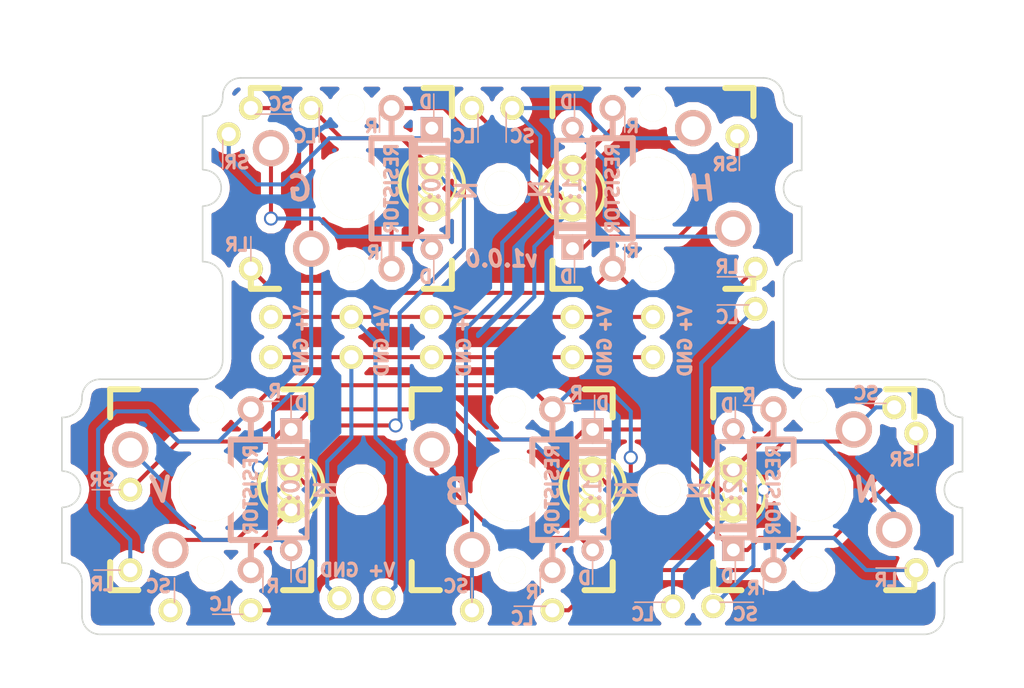
<source format=kicad_pcb>
(kicad_pcb (version 3) (host pcbnew "(2013-may-18)-stable")
  (layers (15 F.Cu signal hide) (0 B.Cu signal hide) (18 B.Paste user) (19 F.Paste user) (20 B.SilkS user) (21 F.SilkS user) (22 B.Mask user) (23 F.Mask user) (28 Edge.Cuts user))
  (net 0 "")
  (net 1 /key:B/LC0)
  (net 2 /key:B/LR0)
  (net 3 /key:B/SC0)
  (net 4 /key:B/SR0)
  (net 5 /key:G/LR0)
  (net 6 /key:G/SR0)
  (net 7 /key:H/LC0)
  (net 8 /key:H/SC0)
  (net 9 /key:V/LC0)
  (net 10 /key:V/SC0)
  (net 11 N-0000011)
  (net 12 N-0000012)
  (net 13 N-0000013)
  (net 14 N-0000014)
  (net 15 N-0000015)
  (net 16 N-0000016)
  (net 17 N-0000017)
  (net 18 N-0000018)
  (net 19 N-0000019)
  (net 20 N-0000020)
  (net 21 N-0000021)
  (net 22 N-0000022)
  (module RESISTOR (layer B.Cu) (at 140.97 137.16 270)
    (fp_text reference R2:1 hide)
    (fp_text value RESISTOR (at 0 0 270) (layer B.SilkS) (effects (font (size 0.8 0.8) (thickness 0.2)) (justify mirror)))
    (pad 1 thru_hole circle (at -5.08 0 270) (size 1.651 1.651) (drill 0.9906) (layers *.Cu *.SilkS *.Mask) (net 20 N-0000020))
    (pad 2 thru_hole circle (at 5.08 0 270) (size 1.651 1.651) (drill 0.9906) (layers *.Cu *.SilkS *.Mask) (net 2 /key:B/LR0))
  )
  (module RESISTOR (layer B.Cu) (at 127 137.16 90)
    (fp_text reference R1:1 hide)
    (fp_text value RESISTOR (at 0 0 90) (layer B.SilkS) (effects (font (size 0.8 0.8) (thickness 0.2)) (justify mirror)))
    (pad 1 thru_hole circle (at -5.08 0 90) (size 1.651 1.651) (drill 0.9906) (layers *.Cu *.SilkS *.Mask) (net 18 N-0000018))
    (pad 2 thru_hole circle (at 5.08 0 90) (size 1.651 1.651) (drill 0.9906) (layers *.Cu *.SilkS *.Mask) (net 2 /key:B/LR0))
  )
  (module RESISTOR (layer B.Cu) (at 130.81 118.11 270)
    (fp_text reference R1:0 hide)
    (fp_text value RESISTOR (at 0 0 270) (layer B.SilkS) (effects (font (size 0.8 0.8) (thickness 0.2)) (justify mirror)))
    (pad 1 thru_hole circle (at -5.08 0 270) (size 1.651 1.651) (drill 0.9906) (layers *.Cu *.SilkS *.Mask) (net 13 N-0000013))
    (pad 2 thru_hole circle (at 5.08 0 270) (size 1.651 1.651) (drill 0.9906) (layers *.Cu *.SilkS *.Mask) (net 5 /key:G/LR0))
  )
  (module RESISTOR (layer B.Cu) (at 107.95 137.16 90)
    (fp_text reference R0:1 hide)
    (fp_text value RESISTOR (at 0 0 90) (layer B.SilkS) (effects (font (size 0.8 0.8) (thickness 0.2)) (justify mirror)))
    (pad 1 thru_hole circle (at -5.08 0 90) (size 1.651 1.651) (drill 0.9906) (layers *.Cu *.SilkS *.Mask) (net 16 N-0000016))
    (pad 2 thru_hole circle (at 5.08 0 90) (size 1.651 1.651) (drill 0.9906) (layers *.Cu *.SilkS *.Mask) (net 2 /key:B/LR0))
  )
  (module RESISTOR (layer B.Cu) (at 116.84 118.11 90)
    (fp_text reference R0:0 hide)
    (fp_text value RESISTOR (at 0 0 90) (layer B.SilkS) (effects (font (size 0.8 0.8) (thickness 0.2)) (justify mirror)))
    (pad 1 thru_hole circle (at -5.08 0 90) (size 1.651 1.651) (drill 0.9906) (layers *.Cu *.SilkS *.Mask) (net 21 N-0000021))
    (pad 2 thru_hole circle (at 5.08 0 90) (size 1.651 1.651) (drill 0.9906) (layers *.Cu *.SilkS *.Mask) (net 5 /key:G/LR0))
  )
  (module Pad (layer F.Cu) (at 149.987 142.24 270)
    (fp_text reference LR1:1 hide)
    (fp_text value CONN_1 hide)
    (pad 1 thru_hole circle (at 0 0 270) (size 1.5 1.5) (drill 0.9) (layers *.Cu *.Mask F.SilkS) (net 2 /key:B/LR0))
  )
  (module Pad (layer F.Cu) (at 100.33 142.24 90)
    (fp_text reference LR1:0 hide)
    (fp_text value CONN_1 hide)
    (pad 1 thru_hole circle (at 0 0 90) (size 1.5 1.5) (drill 0.9) (layers *.Cu *.Mask F.SilkS) (net 2 /key:B/LR0))
  )
  (module Pad (layer F.Cu) (at 100.33 137.16 90)
    (fp_text reference SR1:0 hide)
    (fp_text value CONN_1 hide)
    (pad 1 thru_hole circle (at 0 0 90) (size 1.5 1.5) (drill 0.9) (layers *.Cu *.Mask F.SilkS) (net 4 /key:B/SR0))
  )
  (module Pad (layer F.Cu) (at 137.16 144.526 180)
    (fp_text reference SC2:1 hide)
    (fp_text value CONN_1 hide)
    (pad 1 thru_hole circle (at 0 0 180) (size 1.5 1.5) (drill 0.9) (layers *.Cu *.Mask F.SilkS) (net 10 /key:V/SC0))
  )
  (module Pad (layer F.Cu) (at 121.92 144.78 180)
    (fp_text reference SC1:1 hide)
    (fp_text value CONN_1 hide)
    (pad 1 thru_hole circle (at 0 0 180) (size 1.5 1.5) (drill 0.9) (layers *.Cu *.Mask F.SilkS) (net 3 /key:B/SC0))
  )
  (module Pad (layer F.Cu) (at 134.62 144.526 180)
    (fp_text reference LC2:1 hide)
    (fp_text value CONN_1 hide)
    (pad 1 thru_hole circle (at 0 0 180) (size 1.5 1.5) (drill 0.9) (layers *.Cu *.Mask F.SilkS) (net 9 /key:V/LC0))
  )
  (module Pad (layer F.Cu) (at 127 144.78 180)
    (fp_text reference LC1:1 hide)
    (fp_text value CONN_1 hide)
    (pad 1 thru_hole circle (at 0 0 180) (size 1.5 1.5) (drill 0.9) (layers *.Cu *.Mask F.SilkS) (net 1 /key:B/LC0))
  )
  (module Pad (layer F.Cu) (at 148.59 131.953)
    (fp_text reference SC2:0 hide)
    (fp_text value CONN_1 hide)
    (pad 1 thru_hole circle (at 0 0) (size 1.5 1.5) (drill 0.9) (layers *.Cu *.Mask F.SilkS) (net 10 /key:V/SC0))
  )
  (module Pad (layer F.Cu) (at 124.46 113.03)
    (fp_text reference SC1:0 hide)
    (fp_text value CONN_1 hide)
    (pad 1 thru_hole circle (at 0 0) (size 1.5 1.5) (drill 0.9) (layers *.Cu *.Mask F.SilkS) (net 3 /key:B/SC0))
  )
  (module Pad (layer F.Cu) (at 149.987 133.604 270)
    (fp_text reference SR1:1 hide)
    (fp_text value CONN_1 hide)
    (pad 1 thru_hole circle (at 0 0 270) (size 1.5 1.5) (drill 0.9) (layers *.Cu *.Mask F.SilkS) (net 4 /key:B/SR0))
  )
  (module Pad (layer F.Cu) (at 107.95 113.03)
    (fp_text reference SC0:0 hide)
    (fp_text value CONN_1 hide)
    (pad 1 thru_hole circle (at 0 0) (size 1.5 1.5) (drill 0.9) (layers *.Cu *.Mask F.SilkS) (net 8 /key:H/SC0))
  )
  (module Pad (layer F.Cu) (at 111.76 113.03)
    (fp_text reference LC0:0 hide)
    (fp_text value CONN_1 hide)
    (pad 1 thru_hole circle (at 0 0) (size 1.5 1.5) (drill 0.9) (layers *.Cu *.Mask F.SilkS) (net 7 /key:H/LC0))
  )
  (module Pad (layer F.Cu) (at 107.95 123.19 90)
    (fp_text reference LR0:0 hide)
    (fp_text value CONN_1 hide)
    (pad 1 thru_hole circle (at 0 0 90) (size 1.5 1.5) (drill 0.9) (layers *.Cu *.Mask F.SilkS) (net 5 /key:G/LR0))
  )
  (module Pad (layer F.Cu) (at 106.553 114.681 90)
    (fp_text reference SR0:0 hide)
    (fp_text value CONN_1 hide)
    (pad 1 thru_hole circle (at 0 0 90) (size 1.5 1.5) (drill 0.9) (layers *.Cu *.Mask F.SilkS) (net 6 /key:G/SR0))
  )
  (module Pad (layer F.Cu) (at 107.95 144.78 180)
    (fp_text reference LC0:1 hide)
    (fp_text value CONN_1 hide)
    (pad 1 thru_hole circle (at 0 0 180) (size 1.5 1.5) (drill 0.9) (layers *.Cu *.Mask F.SilkS) (net 7 /key:H/LC0))
  )
  (module Pad (layer F.Cu) (at 139.827 125.73 90)
    (fp_text reference LC2:0 hide)
    (fp_text value CONN_1 hide)
    (pad 1 thru_hole circle (at 0 0 90) (size 1.5 1.5) (drill 0.9) (layers *.Cu *.Mask F.SilkS) (net 9 /key:V/LC0))
  )
  (module Pad (layer F.Cu) (at 121.92 113.03)
    (fp_text reference LC1:0 hide)
    (fp_text value CONN_1 hide)
    (pad 1 thru_hole circle (at 0 0) (size 1.5 1.5) (drill 0.9) (layers *.Cu *.Mask F.SilkS) (net 1 /key:B/LC0))
  )
  (module Pad (layer F.Cu) (at 139.827 123.19 90)
    (fp_text reference LR0:1 hide)
    (fp_text value CONN_1 hide)
    (pad 1 thru_hole circle (at 0 0 90) (size 1.5 1.5) (drill 0.9) (layers *.Cu *.Mask F.SilkS) (net 5 /key:G/LR0))
  )
  (module Pad (layer F.Cu) (at 138.684 114.808 270)
    (fp_text reference SR0:1 hide)
    (fp_text value CONN_1 hide)
    (pad 1 thru_hole circle (at 0 0 270) (size 1.5 1.5) (drill 0.9) (layers *.Cu *.Mask F.SilkS) (net 6 /key:G/SR0))
  )
  (module Pad (layer F.Cu) (at 102.87 144.78 180)
    (fp_text reference SC0:1 hide)
    (fp_text value CONN_1 hide)
    (pad 1 thru_hole circle (at 0 0 180) (size 1.5 1.5) (drill 0.9) (layers *.Cu *.Mask F.SilkS) (net 8 /key:H/SC0))
  )
  (module LED-3MM (layer F.Cu) (at 110.49 137.16 90)
    (fp_text reference L0:1 hide)
    (fp_text value LED hide)
    (pad 1 thru_hole circle (at -1.27 0 90) (size 1.6764 1.6764) (drill 0.8128) (layers *.Cu *.Mask F.SilkS) (net 16 N-0000016))
    (pad 2 thru_hole circle (at 1.27 0 90) (size 1.6764 1.6764) (drill 0.8128) (layers *.Cu *.Mask F.SilkS) (net 7 /key:H/LC0))
  )
  (module LED-3MM (layer F.Cu) (at 128.27 118.11 270)
    (fp_text reference L1:0 hide)
    (fp_text value LED hide)
    (pad 1 thru_hole circle (at -1.27 0 270) (size 1.6764 1.6764) (drill 0.8128) (layers *.Cu *.Mask F.SilkS) (net 13 N-0000013))
    (pad 2 thru_hole circle (at 1.27 0 270) (size 1.6764 1.6764) (drill 0.8128) (layers *.Cu *.Mask F.SilkS) (net 1 /key:B/LC0))
  )
  (module LED-3MM (layer F.Cu) (at 119.38 118.11 90)
    (fp_text reference L0:0 hide)
    (fp_text value LED hide)
    (pad 1 thru_hole circle (at -1.27 0 90) (size 1.6764 1.6764) (drill 0.8128) (layers *.Cu *.Mask F.SilkS) (net 21 N-0000021))
    (pad 2 thru_hole circle (at 1.27 0 90) (size 1.6764 1.6764) (drill 0.8128) (layers *.Cu *.Mask F.SilkS) (net 7 /key:H/LC0))
  )
  (module LED-3MM (layer F.Cu) (at 129.54 137.16 90)
    (fp_text reference L1:1 hide)
    (fp_text value LED hide)
    (pad 1 thru_hole circle (at -1.27 0 90) (size 1.6764 1.6764) (drill 0.8128) (layers *.Cu *.Mask F.SilkS) (net 18 N-0000018))
    (pad 2 thru_hole circle (at 1.27 0 90) (size 1.6764 1.6764) (drill 0.8128) (layers *.Cu *.Mask F.SilkS) (net 1 /key:B/LC0))
  )
  (module LED-3MM (layer F.Cu) (at 138.43 137.16 270)
    (fp_text reference L2:1 hide)
    (fp_text value LED hide)
    (pad 1 thru_hole circle (at -1.27 0 270) (size 1.6764 1.6764) (drill 0.8128) (layers *.Cu *.Mask F.SilkS) (net 20 N-0000020))
    (pad 2 thru_hole circle (at 1.27 0 270) (size 1.6764 1.6764) (drill 0.8128) (layers *.Cu *.Mask F.SilkS) (net 9 /key:V/LC0))
  )
  (module D3 (layer B.Cu) (at 110.49 137.16 90)
    (fp_text reference D0:1 (at 0 0 90) (layer B.SilkS) (effects (font (size 1.016 1.016) (thickness 0.2032)) (justify mirror)))
    (fp_text value DIODE hide)
    (pad 2 thru_hole rect (at 3.81 0 90) (size 1.397 1.397) (drill 0.8128) (layers *.Cu *.Mask B.SilkS) (net 4 /key:B/SR0))
    (pad 1 thru_hole circle (at -3.81 0 90) (size 1.397 1.397) (drill 0.8128) (layers *.Cu *.Mask B.SilkS) (net 15 N-0000015))
  )
  (module D3 (layer B.Cu) (at 128.27 118.11 270)
    (fp_text reference D1:0 (at 0 0 270) (layer B.SilkS) (effects (font (size 1.016 1.016) (thickness 0.2032)) (justify mirror)))
    (fp_text value DIODE hide)
    (pad 2 thru_hole rect (at 3.81 0 270) (size 1.397 1.397) (drill 0.8128) (layers *.Cu *.Mask B.SilkS) (net 6 /key:G/SR0))
    (pad 1 thru_hole circle (at -3.81 0 270) (size 1.397 1.397) (drill 0.8128) (layers *.Cu *.Mask B.SilkS) (net 14 N-0000014))
  )
  (module D3 (layer B.Cu) (at 129.54 137.16 90)
    (fp_text reference D1:1 (at 0 0 90) (layer B.SilkS) (effects (font (size 1.016 1.016) (thickness 0.2032)) (justify mirror)))
    (fp_text value DIODE hide)
    (pad 2 thru_hole rect (at 3.81 0 90) (size 1.397 1.397) (drill 0.8128) (layers *.Cu *.Mask B.SilkS) (net 4 /key:B/SR0))
    (pad 1 thru_hole circle (at -3.81 0 90) (size 1.397 1.397) (drill 0.8128) (layers *.Cu *.Mask B.SilkS) (net 17 N-0000017))
  )
  (module D3 (layer B.Cu) (at 119.38 118.11 90)
    (fp_text reference D0:0 (at 0 0 90) (layer B.SilkS) (effects (font (size 1.016 1.016) (thickness 0.2032)) (justify mirror)))
    (fp_text value DIODE hide)
    (pad 2 thru_hole rect (at 3.81 0 90) (size 1.397 1.397) (drill 0.8128) (layers *.Cu *.Mask B.SilkS) (net 6 /key:G/SR0))
    (pad 1 thru_hole circle (at -3.81 0 90) (size 1.397 1.397) (drill 0.8128) (layers *.Cu *.Mask B.SilkS) (net 22 N-0000022))
  )
  (module D3 (layer B.Cu) (at 138.43 137.16 270)
    (fp_text reference D2:1 (at 0 0 270) (layer B.SilkS) (effects (font (size 1.016 1.016) (thickness 0.2032)) (justify mirror)))
    (fp_text value DIODE hide)
    (pad 2 thru_hole rect (at 3.81 0 270) (size 1.397 1.397) (drill 0.8128) (layers *.Cu *.Mask B.SilkS) (net 4 /key:B/SR0))
    (pad 1 thru_hole circle (at -3.81 0 270) (size 1.397 1.397) (drill 0.8128) (layers *.Cu *.Mask B.SilkS) (net 19 N-0000019))
  )
  (module CHERRY_PCB_100H (layer F.Cu) (at 105.41 137.16 90)
    (fp_text reference S0:1 hide)
    (fp_text value MX1A hide)
    (pad 1 thru_hole circle (at 2.54 -5.08 90) (size 2.286 2.286) (drill 1.4986) (layers *.Cu *.SilkS *.Mask) (net 15 N-0000015))
    (pad 2 thru_hole circle (at -3.81 -2.54 90) (size 2.286 2.286) (drill 1.4986) (layers *.Cu *.SilkS *.Mask) (net 8 /key:H/SC0))
    (pad "" np_thru_hole circle (at 0 0 90) (size 3.9878 3.9878) (drill 3.9878) (layers *.Cu *.Mask F.SilkS))
    (pad "" np_thru_hole circle (at -5.08 0 90) (size 1.7018 1.7018) (drill 1.7018) (layers *.Cu *.Mask F.SilkS))
    (pad "" np_thru_hole circle (at 5.08 0 90) (size 1.7018 1.7018) (drill 1.7018) (layers *.Cu *.Mask F.SilkS))
  )
  (module CHERRY_PCB_100H (layer F.Cu) (at 133.35 118.11 270)
    (fp_text reference S1:0 hide)
    (fp_text value MX1A hide)
    (pad 1 thru_hole circle (at 2.54 -5.08 270) (size 2.286 2.286) (drill 1.4986) (layers *.Cu *.SilkS *.Mask) (net 14 N-0000014))
    (pad 2 thru_hole circle (at -3.81 -2.54 270) (size 2.286 2.286) (drill 1.4986) (layers *.Cu *.SilkS *.Mask) (net 3 /key:B/SC0))
    (pad "" np_thru_hole circle (at 0 0 270) (size 3.9878 3.9878) (drill 3.9878) (layers *.Cu *.Mask F.SilkS))
    (pad "" np_thru_hole circle (at -5.08 0 270) (size 1.7018 1.7018) (drill 1.7018) (layers *.Cu *.Mask F.SilkS))
    (pad "" np_thru_hole circle (at 5.08 0 270) (size 1.7018 1.7018) (drill 1.7018) (layers *.Cu *.Mask F.SilkS))
  )
  (module CHERRY_PCB_100H (layer F.Cu) (at 124.46 137.16 90)
    (fp_text reference S1:1 hide)
    (fp_text value MX1A hide)
    (pad 1 thru_hole circle (at 2.54 -5.08 90) (size 2.286 2.286) (drill 1.4986) (layers *.Cu *.SilkS *.Mask) (net 17 N-0000017))
    (pad 2 thru_hole circle (at -3.81 -2.54 90) (size 2.286 2.286) (drill 1.4986) (layers *.Cu *.SilkS *.Mask) (net 3 /key:B/SC0))
    (pad "" np_thru_hole circle (at 0 0 90) (size 3.9878 3.9878) (drill 3.9878) (layers *.Cu *.Mask F.SilkS))
    (pad "" np_thru_hole circle (at -5.08 0 90) (size 1.7018 1.7018) (drill 1.7018) (layers *.Cu *.Mask F.SilkS))
    (pad "" np_thru_hole circle (at 5.08 0 90) (size 1.7018 1.7018) (drill 1.7018) (layers *.Cu *.Mask F.SilkS))
  )
  (module CHERRY_PCB_100H (layer F.Cu) (at 143.51 137.16 270)
    (fp_text reference S2:1 hide)
    (fp_text value MX1A hide)
    (pad 1 thru_hole circle (at 2.54 -5.08 270) (size 2.286 2.286) (drill 1.4986) (layers *.Cu *.SilkS *.Mask) (net 19 N-0000019))
    (pad 2 thru_hole circle (at -3.81 -2.54 270) (size 2.286 2.286) (drill 1.4986) (layers *.Cu *.SilkS *.Mask) (net 10 /key:V/SC0))
    (pad "" np_thru_hole circle (at 0 0 270) (size 3.9878 3.9878) (drill 3.9878) (layers *.Cu *.Mask F.SilkS))
    (pad "" np_thru_hole circle (at -5.08 0 270) (size 1.7018 1.7018) (drill 1.7018) (layers *.Cu *.Mask F.SilkS))
    (pad "" np_thru_hole circle (at 5.08 0 270) (size 1.7018 1.7018) (drill 1.7018) (layers *.Cu *.Mask F.SilkS))
  )
  (module CHERRY_PCB_100H (layer F.Cu) (at 114.3 118.11 90)
    (fp_text reference S0:0 hide)
    (fp_text value MX1A hide)
    (pad 1 thru_hole circle (at 2.54 -5.08 90) (size 2.286 2.286) (drill 1.4986) (layers *.Cu *.SilkS *.Mask) (net 22 N-0000022))
    (pad 2 thru_hole circle (at -3.81 -2.54 90) (size 2.286 2.286) (drill 1.4986) (layers *.Cu *.SilkS *.Mask) (net 8 /key:H/SC0))
    (pad "" np_thru_hole circle (at 0 0 90) (size 3.9878 3.9878) (drill 3.9878) (layers *.Cu *.Mask F.SilkS))
    (pad "" np_thru_hole circle (at -5.08 0 90) (size 1.7018 1.7018) (drill 1.7018) (layers *.Cu *.Mask F.SilkS))
    (pad "" np_thru_hole circle (at 5.08 0 90) (size 1.7018 1.7018) (drill 1.7018) (layers *.Cu *.Mask F.SilkS))
  )
  (module M2 (layer F.Cu) (at 114.935 137.16)
    (fp_text reference "" (at 0 -3.048) (layer F.SilkS) (effects (font (size 1.016 1.016) (thickness 0.254))))
    (fp_text value "" hide)
    (pad "" np_thru_hole circle (at 0 0) (size 2.2 2.2) (drill 2.2) (layers *.Cu *.Mask F.SilkS))
  )
  (module M2 (layer F.Cu) (at 123.825 118.11)
    (fp_text reference "" (at 0 -3.048) (layer F.SilkS) (effects (font (size 1.016 1.016) (thickness 0.254))))
    (fp_text value "" hide)
    (pad "" np_thru_hole circle (at 0 0) (size 2.2 2.2) (drill 2.2) (layers *.Cu *.Mask F.SilkS))
  )
  (module M2 (layer F.Cu) (at 133.985 137.16)
    (fp_text reference "" (at 0 -3.048) (layer F.SilkS) (effects (font (size 1.016 1.016) (thickness 0.254))))
    (fp_text value "" hide)
    (pad "" np_thru_hole circle (at 0 0) (size 2.2 2.2) (drill 2.2) (layers *.Cu *.Mask F.SilkS))
  )
  (module Pad (layer F.Cu) (at 116.332 144.018 180)
    (fp_text reference Vcc1 hide)
    (fp_text value CONN_1 hide)
    (pad 1 thru_hole circle (at 0 0 180) (size 1.5 1.5) (drill 0.9) (layers *.Cu *.Mask F.SilkS) (net 11 N-0000011))
  )
  (module Pad (layer F.Cu) (at 133.35 128.778 180)
    (fp_text reference GND6 hide)
    (fp_text value CONN_1 hide)
    (pad 1 thru_hole circle (at 0 0 180) (size 1.5 1.5) (drill 0.9) (layers *.Cu *.Mask F.SilkS) (net 12 N-0000012))
  )
  (module Pad (layer F.Cu) (at 109.22 126.238)
    (fp_text reference Vcc2 hide)
    (fp_text value CONN_1 hide)
    (pad 1 thru_hole circle (at 0 0) (size 1.5 1.5) (drill 0.9) (layers *.Cu *.Mask F.SilkS) (net 11 N-0000011))
  )
  (module Pad (layer F.Cu) (at 114.3 126.238)
    (fp_text reference Vcc3 hide)
    (fp_text value CONN_1 hide)
    (pad 1 thru_hole circle (at 0 0) (size 1.5 1.5) (drill 0.9) (layers *.Cu *.Mask F.SilkS) (net 11 N-0000011))
  )
  (module Pad (layer F.Cu) (at 119.38 126.238)
    (fp_text reference Vcc4 hide)
    (fp_text value CONN_1 hide)
    (pad 1 thru_hole circle (at 0 0) (size 1.5 1.5) (drill 0.9) (layers *.Cu *.Mask F.SilkS) (net 11 N-0000011))
  )
  (module Pad (layer F.Cu) (at 128.27 126.238)
    (fp_text reference Vcc5 hide)
    (fp_text value CONN_1 hide)
    (pad 1 thru_hole circle (at 0 0) (size 1.5 1.5) (drill 0.9) (layers *.Cu *.Mask F.SilkS) (net 11 N-0000011))
  )
  (module Pad (layer F.Cu) (at 133.35 126.238)
    (fp_text reference Vcc6 hide)
    (fp_text value CONN_1 hide)
    (pad 1 thru_hole circle (at 0 0) (size 1.5 1.5) (drill 0.9) (layers *.Cu *.Mask F.SilkS) (net 11 N-0000011))
  )
  (module Pad (layer F.Cu) (at 128.27 128.778 180)
    (fp_text reference GND5 hide)
    (fp_text value CONN_1 hide)
    (pad 1 thru_hole circle (at 0 0 180) (size 1.5 1.5) (drill 0.9) (layers *.Cu *.Mask F.SilkS) (net 12 N-0000012))
  )
  (module Pad (layer F.Cu) (at 119.38 128.778 180)
    (fp_text reference GND4 hide)
    (fp_text value CONN_1 hide)
    (pad 1 thru_hole circle (at 0 0 180) (size 1.5 1.5) (drill 0.9) (layers *.Cu *.Mask F.SilkS) (net 12 N-0000012))
  )
  (module Pad (layer F.Cu) (at 114.3 128.778 180)
    (fp_text reference GND3 hide)
    (fp_text value CONN_1 hide)
    (pad 1 thru_hole circle (at 0 0 180) (size 1.5 1.5) (drill 0.9) (layers *.Cu *.Mask F.SilkS) (net 12 N-0000012))
  )
  (module Pad (layer F.Cu) (at 109.22 128.778 180)
    (fp_text reference GND2 hide)
    (fp_text value CONN_1 hide)
    (pad 1 thru_hole circle (at 0 0 180) (size 1.5 1.5) (drill 0.9) (layers *.Cu *.Mask F.SilkS) (net 12 N-0000012))
  )
  (module Pad (layer F.Cu) (at 113.538 144.018 180)
    (fp_text reference GND1 hide)
    (fp_text value CONN_1 hide)
    (pad 1 thru_hole circle (at 0 0 180) (size 1.5 1.5) (drill 0.9) (layers *.Cu *.Mask F.SilkS) (net 12 N-0000012))
  )
  (gr_text N (at 146.939 137.16) (layer B.SilkS) (effects (font (size 1.5 1.5) (thickness 0.3) italic) (justify mirror)))
  (gr_text V (at 102.362 137.16) (layer B.SilkS) (effects (font (size 1.5 1.5) (thickness 0.3) italic) (justify mirror)))
  (gr_text B (at 121.031 137.287) (layer B.SilkS) (effects (font (size 1.5 1.5) (thickness 0.3) italic) (justify mirror)))
  (gr_text H (at 136.525 118.11) (layer B.SilkS) (effects (font (size 1.5 1.5) (thickness 0.3) italic) (justify mirror)))
  (gr_text v1.0.0 (at 123.825 122.555) (layer B.SilkS) (effects (font (size 1 1) (thickness 0.25) italic) (justify mirror)))
  (gr_text G (at 111.125 118.11) (layer B.SilkS) (effects (font (size 1.5 1.5) (thickness 0.3) italic) (justify mirror)))
  (gr_line (start 129.667 131.191) (end 129.667 132.842) (angle 90) (layer B.SilkS) (width 0.1))
  (gr_line (start 138.557 131.318) (end 138.557 132.842) (angle 90) (layer B.SilkS) (width 0.1))
  (gr_line (start 139.065 131.826) (end 140.335 131.826) (angle 90) (layer B.SilkS) (width 0.1))
  (gr_line (start 146.177 131.699) (end 148.082 131.699) (angle 90) (layer B.SilkS) (width 0.1))
  (gr_line (start 150.114 135.636) (end 150.114 134.239) (angle 90) (layer B.SilkS) (width 0.1))
  (gr_line (start 147.447 142.113) (end 149.352 142.113) (angle 90) (layer B.SilkS) (width 0.1))
  (gr_line (start 140.335 143.764) (end 140.335 142.113) (angle 90) (layer B.SilkS) (width 0.1))
  (gr_line (start 138.557 143.002) (end 138.557 141.478) (angle 90) (layer B.SilkS) (width 0.1))
  (gr_line (start 139.7 144.272) (end 137.541 144.272) (angle 90) (layer B.SilkS) (width 0.1))
  (gr_line (start 132.207 144.272) (end 134.112 144.272) (angle 90) (layer B.SilkS) (width 0.1))
  (gr_line (start 129.54 143.129) (end 129.54 141.478) (angle 90) (layer B.SilkS) (width 0.1))
  (gr_line (start 126.238 143.764) (end 126.238 142.24) (angle 90) (layer B.SilkS) (width 0.1))
  (gr_line (start 124.587 144.526) (end 126.619 144.526) (angle 90) (layer B.SilkS) (width 0.1))
  (gr_line (start 121.92 142.748) (end 121.92 144.272) (angle 90) (layer B.SilkS) (width 0.1))
  (gr_line (start 108.712 143.637) (end 108.712 142.24) (angle 90) (layer B.SilkS) (width 0.1))
  (gr_line (start 105.537 145.034) (end 107.442 145.034) (angle 90) (layer B.SilkS) (width 0.1))
  (gr_line (start 103.124 142.748) (end 103.124 144.272) (angle 90) (layer B.SilkS) (width 0.1))
  (gr_line (start 98.044 142.24) (end 99.695 142.24) (angle 90) (layer B.SilkS) (width 0.1))
  (gr_line (start 97.917 137.16) (end 99.695 137.16) (angle 90) (layer B.SilkS) (width 0.1))
  (gr_line (start 110.49 143.002) (end 110.49 141.605) (angle 90) (layer B.SilkS) (width 0.1))
  (gr_line (start 110.49 131.191) (end 110.49 132.842) (angle 90) (layer B.SilkS) (width 0.1))
  (gr_line (start 109.728 131.572) (end 108.204 131.572) (angle 90) (layer B.SilkS) (width 0.1))
  (gr_line (start 107.95 121.158) (end 107.95 122.682) (angle 90) (layer B.SilkS) (width 0.1))
  (gr_line (start 128.778 131.699) (end 127.381 131.699) (angle 90) (layer B.SilkS) (width 0.1))
  (gr_line (start 116.205 121.793) (end 116.205 123.19) (angle 90) (layer B.SilkS) (width 0.1))
  (gr_line (start 119.507 124.079) (end 119.507 122.301) (angle 90) (layer B.SilkS) (width 0.1))
  (gr_line (start 128.397 124.079) (end 128.397 122.428) (angle 90) (layer B.SilkS) (width 0.1))
  (gr_line (start 131.572 121.666) (end 131.572 123.063) (angle 90) (layer B.SilkS) (width 0.1))
  (gr_line (start 137.414 125.476) (end 139.446 125.476) (angle 90) (layer B.SilkS) (width 0.1))
  (gr_line (start 137.414 123.698) (end 139.827 123.698) (angle 90) (layer B.SilkS) (width 0.1))
  (gr_line (start 138.811 116.967) (end 138.811 115.316) (angle 90) (layer B.SilkS) (width 0.1))
  (gr_line (start 131.572 114.554) (end 131.572 113.157) (angle 90) (layer B.SilkS) (width 0.1))
  (gr_line (start 128.397 112.141) (end 128.397 113.792) (angle 90) (layer B.SilkS) (width 0.1))
  (gr_line (start 124.079 115.189) (end 124.079 113.157) (angle 90) (layer B.SilkS) (width 0.1))
  (gr_line (start 122.301 115.189) (end 122.301 113.411) (angle 90) (layer B.SilkS) (width 0.1))
  (gr_line (start 119.507 112.141) (end 119.507 113.792) (angle 90) (layer B.SilkS) (width 0.1))
  (gr_line (start 116.078 114.554) (end 116.078 113.03) (angle 90) (layer B.SilkS) (width 0.1))
  (gr_line (start 106.172 116.84) (end 106.172 115.062) (angle 90) (layer B.SilkS) (width 0.1))
  (gr_line (start 112.268 115.189) (end 112.268 113.03) (angle 90) (layer B.SilkS) (width 0.1))
  (gr_line (start 110.49 113.411) (end 108.204 113.411) (angle 90) (layer B.SilkS) (width 0.1))
  (gr_line (start 132.04825 137.50925) (end 131.03225 137.50925) (angle 90) (layer B.SilkS) (width 0.2))
  (gr_line (start 131.03225 137.50925) (end 131.66725 136.87425) (angle 90) (layer B.SilkS) (width 0.2))
  (gr_line (start 131.66725 136.87425) (end 132.30225 137.50925) (angle 90) (layer B.SilkS) (width 0.2))
  (gr_line (start 132.30225 137.50925) (end 131.98475 137.50925) (angle 90) (layer B.SilkS) (width 0.2))
  (gr_line (start 131.0005 136.8425) (end 132.334 136.8425) (angle 90) (layer B.SilkS) (width 0.2))
  (gr_line (start 112.99825 137.50925) (end 111.98225 137.50925) (angle 90) (layer B.SilkS) (width 0.2))
  (gr_line (start 111.98225 137.50925) (end 112.61725 136.87425) (angle 90) (layer B.SilkS) (width 0.2))
  (gr_line (start 112.61725 136.87425) (end 113.25225 137.50925) (angle 90) (layer B.SilkS) (width 0.2))
  (gr_line (start 113.25225 137.50925) (end 112.93475 137.50925) (angle 90) (layer B.SilkS) (width 0.2))
  (gr_line (start 111.9505 136.8425) (end 113.284 136.8425) (angle 90) (layer B.SilkS) (width 0.2))
  (gr_line (start 121.88825 118.58625) (end 120.87225 118.58625) (angle 90) (layer B.SilkS) (width 0.2))
  (gr_line (start 120.87225 118.58625) (end 121.50725 117.95125) (angle 90) (layer B.SilkS) (width 0.2))
  (gr_line (start 121.50725 117.95125) (end 122.14225 118.58625) (angle 90) (layer B.SilkS) (width 0.2))
  (gr_line (start 122.14225 118.58625) (end 121.82475 118.58625) (angle 90) (layer B.SilkS) (width 0.2))
  (gr_line (start 120.8405 117.9195) (end 122.174 117.9195) (angle 90) (layer B.SilkS) (width 0.2))
  (gr_line (start 126.873 118.491) (end 125.5395 118.491) (angle 90) (layer B.SilkS) (width 0.2))
  (gr_line (start 125.57125 117.82425) (end 125.88875 117.82425) (angle 90) (layer B.SilkS) (width 0.2))
  (gr_line (start 126.20625 118.45925) (end 125.57125 117.82425) (angle 90) (layer B.SilkS) (width 0.2))
  (gr_line (start 126.84125 117.82425) (end 126.20625 118.45925) (angle 90) (layer B.SilkS) (width 0.2))
  (gr_line (start 125.82525 117.82425) (end 126.84125 117.82425) (angle 90) (layer B.SilkS) (width 0.2))
  (gr_line (start 135.85825 136.87425) (end 136.87425 136.87425) (angle 90) (layer B.SilkS) (width 0.2))
  (gr_line (start 136.87425 136.87425) (end 136.23925 137.50925) (angle 90) (layer B.SilkS) (width 0.2))
  (gr_line (start 136.23925 137.50925) (end 135.60425 136.87425) (angle 90) (layer B.SilkS) (width 0.2))
  (gr_line (start 135.60425 136.87425) (end 135.92175 136.87425) (angle 90) (layer B.SilkS) (width 0.2))
  (gr_line (start 136.906 137.541) (end 135.5725 137.541) (angle 90) (layer B.SilkS) (width 0.2))
  (gr_text R (at 139.446 131.191) (layer B.SilkS) (effects (font (size 0.8 0.8) (thickness 0.2)) (justify mirror)))
  (gr_text R (at 139.7 143.383) (layer B.SilkS) (effects (font (size 0.8 0.8) (thickness 0.2)) (justify mirror)))
  (gr_text D (at 138.049 131.826) (layer B.SilkS) (effects (font (size 0.8 0.8) (thickness 0.2)) (justify mirror)))
  (gr_text D (at 138.049 142.621) (layer B.SilkS) (effects (font (size 0.8 0.8) (thickness 0.2)) (justify mirror)))
  (gr_text SC (at 146.812 131.064) (layer B.SilkS) (effects (font (size 0.8 0.8) (thickness 0.2)) (justify mirror)))
  (gr_text SR (at 149.098 135.255) (layer B.SilkS) (effects (font (size 0.8 0.8) (thickness 0.2)) (justify mirror)))
  (gr_text LR (at 148.082 142.875) (layer B.SilkS) (effects (font (size 0.8 0.8) (thickness 0.2)) (justify mirror)))
  (gr_text R (at 128.524 131.064) (layer B.SilkS) (effects (font (size 0.8 0.8) (thickness 0.2)) (justify mirror)))
  (gr_text D (at 130.175 131.699) (layer B.SilkS) (effects (font (size 0.8 0.8) (thickness 0.2)) (justify mirror)))
  (gr_text D (at 129.032 142.748) (layer B.SilkS) (effects (font (size 0.8 0.8) (thickness 0.2)) (justify mirror)))
  (gr_text SC (at 139.192 145.034) (layer B.SilkS) (effects (font (size 0.8 0.8) (thickness 0.2)) (justify mirror)))
  (gr_text LC (at 132.715 145.034) (layer B.SilkS) (effects (font (size 0.8 0.8) (thickness 0.2)) (justify mirror)))
  (gr_text R (at 109.474 130.937) (layer B.SilkS) (effects (font (size 0.8 0.8) (thickness 0.2)) (justify mirror)))
  (gr_text D (at 111.125 131.699) (layer B.SilkS) (effects (font (size 0.8 0.8) (thickness 0.2)) (justify mirror)))
  (gr_text R (at 125.73 143.637) (layer B.SilkS) (effects (font (size 0.8 0.8) (thickness 0.2)) (justify mirror)))
  (gr_text LC (at 125.095 145.288) (layer B.SilkS) (effects (font (size 0.8 0.8) (thickness 0.2)) (justify mirror)))
  (gr_text SC (at 120.904 143.256) (layer B.SilkS) (effects (font (size 0.8 0.8) (thickness 0.2)) (justify mirror)))
  (gr_text D (at 111.125 142.621) (layer B.SilkS) (effects (font (size 0.8 0.8) (thickness 0.2)) (justify mirror)))
  (gr_text R (at 109.347 143.256) (layer B.SilkS) (effects (font (size 0.8 0.8) (thickness 0.2)) (justify mirror)))
  (gr_text LC (at 106.045 144.399) (layer B.SilkS) (effects (font (size 0.8 0.8) (thickness 0.2)) (justify mirror)))
  (gr_text SC (at 102.108 143.256) (layer B.SilkS) (effects (font (size 0.8 0.8) (thickness 0.2)) (justify mirror)))
  (gr_text LR (at 98.552 143.129) (layer B.SilkS) (effects (font (size 0.8 0.8) (thickness 0.2)) (justify mirror)))
  (gr_text SR (at 98.552 136.525) (layer B.SilkS) (effects (font (size 0.8 0.8) (thickness 0.2)) (justify mirror)))
  (gr_text D (at 118.999 112.649) (layer B.SilkS) (effects (font (size 0.8 0.8) (thickness 0.2)) (justify mirror)))
  (gr_text D (at 118.999 123.698) (layer B.SilkS) (effects (font (size 0.8 0.8) (thickness 0.2)) (justify mirror)))
  (gr_text D (at 127.889 123.698) (layer B.SilkS) (effects (font (size 0.8 0.8) (thickness 0.2)) (justify mirror)))
  (gr_text D (at 127.889 112.649) (layer B.SilkS) (effects (font (size 0.8 0.8) (thickness 0.2)) (justify mirror)))
  (gr_text LC (at 138.049 126.238) (layer B.SilkS) (effects (font (size 0.8 0.8) (thickness 0.2)) (justify mirror)))
  (gr_text V+ (at 116.205 142.24) (layer B.SilkS) (effects (font (size 0.8 0.8) (thickness 0.2)) (justify mirror)))
  (gr_text GND (at 113.538 142.24) (layer B.SilkS) (effects (font (size 0.8 0.8) (thickness 0.2)) (justify mirror)))
  (gr_text GND (at 135.382 128.778 90) (layer B.SilkS) (effects (font (size 0.8 0.8) (thickness 0.2)) (justify mirror)))
  (gr_text V+ (at 135.382 126.365 90) (layer B.SilkS) (effects (font (size 0.8 0.8) (thickness 0.2)) (justify mirror)))
  (gr_text GND (at 121.412 128.778 90) (layer B.SilkS) (effects (font (size 0.8 0.8) (thickness 0.2)) (justify mirror)))
  (gr_text GND (at 116.205 128.778 90) (layer B.SilkS) (effects (font (size 0.8 0.8) (thickness 0.2)) (justify mirror)))
  (gr_text V+ (at 121.285 126.365 90) (layer B.SilkS) (effects (font (size 0.8 0.8) (thickness 0.2)) (justify mirror)))
  (gr_text V+ (at 116.205 126.365 90) (layer B.SilkS) (effects (font (size 0.8 0.8) (thickness 0.2)) (justify mirror)))
  (gr_text GND (at 111.125 128.778 90) (layer B.SilkS) (effects (font (size 0.8 0.8) (thickness 0.2)) (justify mirror)))
  (gr_text V+ (at 111.125 126.365 90) (layer B.SilkS) (effects (font (size 0.8 0.8) (thickness 0.2)) (justify mirror)))
  (gr_text GND (at 130.302 128.778 90) (layer B.SilkS) (effects (font (size 0.8 0.8) (thickness 0.2)) (justify mirror)))
  (gr_text V+ (at 130.302 126.365 90) (layer B.SilkS) (effects (font (size 0.8 0.8) (thickness 0.2)) (justify mirror)))
  (gr_text R (at 132.08 122.047) (layer B.SilkS) (effects (font (size 0.8 0.8) (thickness 0.2)) (justify mirror)))
  (gr_text R (at 132.08 114.173) (layer B.SilkS) (effects (font (size 0.8 0.8) (thickness 0.2)) (justify mirror)))
  (gr_text LR (at 138.049 123.063) (layer B.SilkS) (effects (font (size 0.8 0.8) (thickness 0.2)) (justify mirror)))
  (gr_text SR (at 137.922 116.586) (layer B.SilkS) (effects (font (size 0.8 0.8) (thickness 0.2)) (justify mirror)))
  (gr_text LR (at 107.061 121.666) (layer B.SilkS) (effects (font (size 0.8 0.8) (thickness 0.2)) (justify mirror)))
  (gr_text R (at 115.697 122.174) (layer B.SilkS) (effects (font (size 0.8 0.8) (thickness 0.2)) (justify mirror)))
  (gr_text R (at 115.57 114.173) (layer B.SilkS) (effects (font (size 0.8 0.8) (thickness 0.2)) (justify mirror)))
  (gr_text SC (at 125.095 114.808) (layer B.SilkS) (effects (font (size 0.8 0.8) (thickness 0.2)) (justify mirror)))
  (gr_text LC (at 121.412 114.808) (layer B.SilkS) (effects (font (size 0.8 0.8) (thickness 0.2)) (justify mirror)))
  (gr_text SR (at 107.061 116.459) (layer B.SilkS) (effects (font (size 0.8 0.8) (thickness 0.2)) (justify mirror)))
  (gr_text SC (at 109.855 112.776) (layer B.SilkS) (effects (font (size 0.8 0.8) (thickness 0.2)) (justify mirror)))
  (gr_text LC (at 111.379 114.808) (layer B.SilkS) (effects (font (size 0.8 0.8) (thickness 0.2)) (justify mirror)))
  (gr_line (start 142.748 130.175) (end 150.495 130.175) (angle 90) (layer Edge.Cuts) (width 0.1))
  (gr_line (start 141.605 123.825) (end 141.605 129.032) (angle 90) (layer Edge.Cuts) (width 0.1))
  (gr_arc (start 142.748 129.032) (end 141.605 129.032) (angle -90) (layer Edge.Cuts) (width 0.1))
  (gr_line (start 104.902 130.175) (end 98.425 130.175) (angle 90) (layer Edge.Cuts) (width 0.1))
  (gr_line (start 106.172 123.952) (end 106.172 128.905) (angle 90) (layer Edge.Cuts) (width 0.1))
  (gr_arc (start 104.9655 128.9685) (end 106.172 128.9685) (angle 90) (layer Edge.Cuts) (width 0.1))
  (gr_line (start 107.315 111.125) (end 140.335 111.125) (angle 90) (layer Edge.Cuts) (width 0.1))
  (gr_line (start 98.425 146.304) (end 150.495 146.304) (angle 90) (layer Edge.Cuts) (width 0.1))
  (gr_arc (start 152.908 137.16) (end 152.908 138.303) (angle 90) (layer Edge.Cuts) (width 0.1))
  (gr_line (start 152.908 141.732) (end 152.908 138.303) (angle 90) (layer Edge.Cuts) (width 0.1))
  (gr_line (start 152.908 132.588) (end 152.908 136.017) (angle 90) (layer Edge.Cuts) (width 0.1))
  (gr_arc (start 152.908 137.16) (end 151.765 137.16) (angle 90) (layer Edge.Cuts) (width 0.1))
  (gr_arc (start 152.908 131.445) (end 151.765 131.445) (angle -90) (layer Edge.Cuts) (width 0.1))
  (gr_arc (start 150.495 131.445) (end 151.765 131.445) (angle -90) (layer Edge.Cuts) (width 0.1))
  (gr_arc (start 150.495 145.034) (end 151.765 145.034) (angle 90) (layer Edge.Cuts) (width 0.1))
  (gr_arc (start 152.908 142.875) (end 151.765 142.875) (angle 90) (layer Edge.Cuts) (width 0.1))
  (gr_line (start 151.765 145.034) (end 151.765 142.875) (angle 90) (layer Edge.Cuts) (width 0.1))
  (gr_line (start 96.012 138.303) (end 96.012 141.7955) (angle 90) (layer Edge.Cuts) (width 0.1))
  (gr_arc (start 96.0755 143.002) (end 96.0755 141.7955) (angle 90) (layer Edge.Cuts) (width 0.1))
  (gr_line (start 96.012 135.9535) (end 96.012 132.588) (angle 90) (layer Edge.Cuts) (width 0.1))
  (gr_arc (start 96.0755 131.3815) (end 97.282 131.3815) (angle 90) (layer Edge.Cuts) (width 0.1))
  (gr_arc (start 96.04375 137.12825) (end 97.18675 137.12825) (angle 90) (layer Edge.Cuts) (width 0.1))
  (gr_arc (start 96.04375 137.12825) (end 96.04375 135.98525) (angle 90) (layer Edge.Cuts) (width 0.1))
  (gr_line (start 97.282 143.002) (end 97.282 145.161) (angle 90) (layer Edge.Cuts) (width 0.1))
  (gr_arc (start 98.425 145.161) (end 97.282 145.161) (angle -90) (layer Edge.Cuts) (width 0.1))
  (gr_arc (start 98.425 131.318) (end 97.282 131.318) (angle 90) (layer Edge.Cuts) (width 0.1))
  (gr_arc (start 142.748 118.11) (end 142.748 119.253) (angle 90) (layer Edge.Cuts) (width 0.1))
  (gr_line (start 142.748 122.682) (end 142.748 119.253) (angle 90) (layer Edge.Cuts) (width 0.1))
  (gr_line (start 142.748 113.538) (end 142.748 116.967) (angle 90) (layer Edge.Cuts) (width 0.1))
  (gr_arc (start 142.748 118.11) (end 141.605 118.11) (angle 90) (layer Edge.Cuts) (width 0.1))
  (gr_arc (start 142.748 112.395) (end 141.605 112.395) (angle -90) (layer Edge.Cuts) (width 0.1))
  (gr_arc (start 140.335 112.395) (end 141.605 112.395) (angle -90) (layer Edge.Cuts) (width 0.1))
  (gr_arc (start 142.748 123.825) (end 141.605 123.825) (angle 90) (layer Edge.Cuts) (width 0.1))
  (gr_line (start 104.902 119.253) (end 104.902 122.7455) (angle 90) (layer Edge.Cuts) (width 0.1))
  (gr_arc (start 104.9655 123.952) (end 104.9655 122.7455) (angle 90) (layer Edge.Cuts) (width 0.1))
  (gr_line (start 104.902 116.9035) (end 104.902 113.538) (angle 90) (layer Edge.Cuts) (width 0.1))
  (gr_arc (start 104.9655 112.3315) (end 106.172 112.3315) (angle 90) (layer Edge.Cuts) (width 0.1))
  (gr_arc (start 104.93375 118.07825) (end 106.07675 118.07825) (angle 90) (layer Edge.Cuts) (width 0.1))
  (gr_arc (start 104.93375 118.07825) (end 104.93375 116.93525) (angle 90) (layer Edge.Cuts) (width 0.1))
  (gr_arc (start 107.315 112.268) (end 106.172 112.268) (angle 90) (layer Edge.Cuts) (width 0.1))
  (segment (start 128.27 119.38) (end 121.92 113.03) (width 0.254) (layer F.Cu) (net 1))
  (segment (start 122.682 128.143) (end 122.682 132.842) (width 0.254) (layer B.Cu) (net 1))
  (segment (start 127.508 135.89) (end 125.603 133.985) (width 0.254) (layer B.Cu) (net 1))
  (segment (start 125.603 133.985) (end 123.825 133.985) (width 0.254) (layer B.Cu) (net 1))
  (segment (start 123.825 133.985) (end 122.682 132.842) (width 0.254) (layer B.Cu) (net 1))
  (segment (start 129.54 135.89) (end 127.508 135.89) (width 0.254) (layer B.Cu) (net 1))
  (segment (start 125.857 121.793) (end 125.857 124.968) (width 0.254) (layer B.Cu) (net 1))
  (segment (start 125.857 124.968) (end 122.682 128.143) (width 0.254) (layer B.Cu) (net 1))
  (segment (start 125.857 121.793) (end 128.27 119.38) (width 0.254) (layer B.Cu) (net 1))
  (segment (start 129.54 135.89) (end 131.064 137.414) (width 0.254) (layer F.Cu) (net 1))
  (segment (start 128.016 144.78) (end 127 144.78) (width 0.254) (layer F.Cu) (net 1))
  (segment (start 131.064 141.732) (end 128.016 144.78) (width 0.254) (layer F.Cu) (net 1))
  (segment (start 131.064 137.414) (end 131.064 141.732) (width 0.254) (layer F.Cu) (net 1))
  (segment (start 107.95 132.08) (end 109.474 130.556) (width 0.254) (layer F.Cu) (net 2))
  (segment (start 125.476 130.556) (end 127 132.08) (width 0.254) (layer F.Cu) (net 2))
  (segment (start 109.474 130.556) (end 125.476 130.556) (width 0.254) (layer F.Cu) (net 2))
  (segment (start 127 132.08) (end 128.27 130.81) (width 0.254) (layer B.Cu) (net 2))
  (segment (start 128.27 130.81) (end 130.556 130.81) (width 0.254) (layer B.Cu) (net 2))
  (segment (start 130.556 130.81) (end 131.953 132.207) (width 0.254) (layer B.Cu) (net 2))
  (segment (start 131.953 132.207) (end 131.953 135.128) (width 0.254) (layer B.Cu) (net 2))
  (via (at 131.953 135.128) (size 0.889) (layers F.Cu B.Cu) (net 2))
  (segment (start 131.953 135.128) (end 131.953 140.716) (width 0.254) (layer F.Cu) (net 2))
  (segment (start 131.953 140.716) (end 133.477 142.24) (width 0.254) (layer F.Cu) (net 2))
  (segment (start 133.477 142.24) (end 140.97 142.24) (width 0.254) (layer F.Cu) (net 2))
  (segment (start 149.987 142.24) (end 146.812 142.24) (width 0.254) (layer B.Cu) (net 2))
  (segment (start 146.812 142.24) (end 144.78 140.208) (width 0.254) (layer B.Cu) (net 2))
  (segment (start 144.78 140.208) (end 143.002 140.208) (width 0.254) (layer B.Cu) (net 2))
  (segment (start 143.002 140.208) (end 140.97 142.24) (width 0.254) (layer B.Cu) (net 2))
  (segment (start 100.33 142.24) (end 100.33 140.335) (width 0.254) (layer B.Cu) (net 2))
  (segment (start 105.918 134.112) (end 107.95 132.08) (width 0.254) (layer B.Cu) (net 2))
  (segment (start 103.378 134.112) (end 105.918 134.112) (width 0.254) (layer B.Cu) (net 2))
  (segment (start 101.473 132.207) (end 103.378 134.112) (width 0.254) (layer B.Cu) (net 2))
  (segment (start 99.441 132.207) (end 101.473 132.207) (width 0.254) (layer B.Cu) (net 2))
  (segment (start 98.298 133.35) (end 99.441 132.207) (width 0.254) (layer B.Cu) (net 2))
  (segment (start 98.298 138.303) (end 98.298 133.35) (width 0.254) (layer B.Cu) (net 2))
  (segment (start 100.33 140.335) (end 98.298 138.303) (width 0.254) (layer B.Cu) (net 2))
  (segment (start 124.46 113.03) (end 128.778 113.03) (width 0.254) (layer B.Cu) (net 3))
  (segment (start 135.255 114.935) (end 135.89 114.3) (width 0.254) (layer B.Cu) (net 3))
  (segment (start 130.683 114.935) (end 135.255 114.935) (width 0.254) (layer B.Cu) (net 3))
  (segment (start 128.778 113.03) (end 130.683 114.935) (width 0.254) (layer B.Cu) (net 3))
  (segment (start 121.539 127) (end 123.825 124.714) (width 0.254) (layer B.Cu) (net 3))
  (segment (start 121.92 138.43) (end 121.539 138.049) (width 0.254) (layer B.Cu) (net 3))
  (segment (start 121.539 138.049) (end 121.539 127) (width 0.254) (layer B.Cu) (net 3))
  (segment (start 124.46 113.03) (end 126.238 114.808) (width 0.254) (layer B.Cu) (net 3))
  (segment (start 121.92 138.43) (end 121.92 140.97) (width 0.254) (layer B.Cu) (net 3))
  (segment (start 126.238 119.126) (end 126.238 114.808) (width 0.254) (layer B.Cu) (net 3))
  (segment (start 123.825 121.539) (end 126.238 119.126) (width 0.254) (layer B.Cu) (net 3))
  (segment (start 123.825 124.714) (end 123.825 121.539) (width 0.254) (layer B.Cu) (net 3))
  (segment (start 121.92 144.78) (end 121.92 140.97) (width 0.254) (layer B.Cu) (net 3))
  (segment (start 138.43 140.97) (end 139.319 140.97) (width 0.254) (layer F.Cu) (net 4))
  (segment (start 149.987 135.001) (end 149.987 133.604) (width 0.254) (layer F.Cu) (net 4))
  (segment (start 144.78 140.208) (end 149.987 135.001) (width 0.254) (layer F.Cu) (net 4))
  (segment (start 140.081 140.208) (end 144.78 140.208) (width 0.254) (layer F.Cu) (net 4))
  (segment (start 139.319 140.97) (end 140.081 140.208) (width 0.254) (layer F.Cu) (net 4))
  (segment (start 110.49 133.35) (end 109.982 133.35) (width 0.254) (layer F.Cu) (net 4))
  (segment (start 103.378 134.112) (end 100.33 137.16) (width 0.254) (layer F.Cu) (net 4))
  (segment (start 109.22 134.112) (end 103.378 134.112) (width 0.254) (layer F.Cu) (net 4))
  (segment (start 109.982 133.35) (end 109.22 134.112) (width 0.254) (layer F.Cu) (net 4))
  (segment (start 129.54 133.35) (end 133.604 133.35) (width 0.254) (layer F.Cu) (net 4))
  (segment (start 136.398 138.938) (end 138.43 140.97) (width 0.254) (layer F.Cu) (net 4))
  (segment (start 136.398 136.144) (end 136.398 138.938) (width 0.254) (layer F.Cu) (net 4))
  (segment (start 133.604 133.35) (end 136.398 136.144) (width 0.254) (layer F.Cu) (net 4))
  (segment (start 129.54 133.35) (end 129.032 133.35) (width 0.254) (layer F.Cu) (net 4))
  (segment (start 111.76 132.08) (end 110.49 133.35) (width 0.254) (layer F.Cu) (net 4))
  (segment (start 120.65 132.08) (end 111.76 132.08) (width 0.254) (layer F.Cu) (net 4))
  (segment (start 122.555 133.985) (end 120.65 132.08) (width 0.254) (layer F.Cu) (net 4))
  (segment (start 128.397 133.985) (end 122.555 133.985) (width 0.254) (layer F.Cu) (net 4))
  (segment (start 129.032 133.35) (end 128.397 133.985) (width 0.254) (layer F.Cu) (net 4))
  (segment (start 130.81 123.19) (end 132.334 124.714) (width 0.254) (layer F.Cu) (net 5))
  (segment (start 138.303 124.714) (end 139.827 123.19) (width 0.254) (layer F.Cu) (net 5))
  (segment (start 132.334 124.714) (end 138.303 124.714) (width 0.254) (layer F.Cu) (net 5))
  (segment (start 118.618 124.714) (end 129.286 124.714) (width 0.254) (layer F.Cu) (net 5))
  (segment (start 129.286 124.714) (end 130.81 123.19) (width 0.254) (layer F.Cu) (net 5))
  (segment (start 118.618 124.714) (end 109.474 124.714) (width 0.254) (layer F.Cu) (net 5))
  (segment (start 107.95 123.19) (end 109.474 124.714) (width 0.254) (layer F.Cu) (net 5))
  (segment (start 118.618 124.714) (end 121.412 121.92) (width 0.254) (layer F.Cu) (net 5))
  (segment (start 120.142 113.03) (end 116.84 113.03) (width 0.254) (layer F.Cu) (net 5))
  (segment (start 121.412 114.3) (end 120.142 113.03) (width 0.254) (layer F.Cu) (net 5))
  (segment (start 121.412 121.92) (end 121.412 114.3) (width 0.254) (layer F.Cu) (net 5))
  (segment (start 128.27 121.92) (end 128.905 121.92) (width 0.254) (layer F.Cu) (net 6))
  (segment (start 138.684 117.475) (end 138.684 114.808) (width 0.254) (layer F.Cu) (net 6))
  (segment (start 135.001 121.158) (end 138.684 117.475) (width 0.254) (layer F.Cu) (net 6))
  (segment (start 129.667 121.158) (end 135.001 121.158) (width 0.254) (layer F.Cu) (net 6))
  (segment (start 128.905 121.92) (end 129.667 121.158) (width 0.254) (layer F.Cu) (net 6))
  (segment (start 106.553 114.681) (end 106.553 116.078) (width 0.254) (layer B.Cu) (net 6))
  (segment (start 118.745 114.935) (end 119.38 114.3) (width 0.254) (layer B.Cu) (net 6))
  (segment (start 112.903 114.935) (end 118.745 114.935) (width 0.254) (layer B.Cu) (net 6))
  (segment (start 109.982 117.856) (end 112.903 114.935) (width 0.254) (layer B.Cu) (net 6))
  (segment (start 108.331 117.856) (end 109.982 117.856) (width 0.254) (layer B.Cu) (net 6))
  (segment (start 106.553 116.078) (end 108.331 117.856) (width 0.254) (layer B.Cu) (net 6))
  (segment (start 121.412 121.92) (end 121.412 118.872) (width 0.254) (layer B.Cu) (net 7))
  (segment (start 117.348 125.984) (end 121.412 121.92) (width 0.254) (layer B.Cu) (net 7))
  (segment (start 117.348 132.842) (end 117.348 125.984) (width 0.254) (layer B.Cu) (net 7))
  (segment (start 117.094 133.096) (end 117.348 132.842) (width 0.254) (layer B.Cu) (net 7))
  (via (at 117.094 133.096) (size 0.889) (layers F.Cu B.Cu) (net 7))
  (segment (start 113.284 133.096) (end 117.094 133.096) (width 0.254) (layer F.Cu) (net 7))
  (segment (start 110.49 135.89) (end 113.284 133.096) (width 0.254) (layer F.Cu) (net 7))
  (segment (start 121.412 118.872) (end 119.38 116.84) (width 0.254) (layer B.Cu) (net 7))
  (segment (start 107.95 144.78) (end 109.22 144.78) (width 0.254) (layer F.Cu) (net 7))
  (segment (start 112.014 137.414) (end 110.49 135.89) (width 0.254) (layer F.Cu) (net 7))
  (segment (start 112.014 141.986) (end 112.014 137.414) (width 0.254) (layer F.Cu) (net 7))
  (segment (start 109.22 144.78) (end 112.014 141.986) (width 0.254) (layer F.Cu) (net 7))
  (segment (start 111.76 113.03) (end 113.665 114.935) (width 0.254) (layer F.Cu) (net 7))
  (segment (start 117.475 114.935) (end 119.38 116.84) (width 0.254) (layer F.Cu) (net 7))
  (segment (start 113.665 114.935) (end 117.475 114.935) (width 0.254) (layer F.Cu) (net 7))
  (segment (start 111.76 121.92) (end 111.76 129.794) (width 0.254) (layer B.Cu) (net 8))
  (segment (start 109.347 134.874) (end 108.458 135.763) (width 0.254) (layer B.Cu) (net 8))
  (via (at 108.458 135.763) (size 0.889) (layers F.Cu B.Cu) (net 8))
  (segment (start 108.458 135.763) (end 108.458 138.938) (width 0.254) (layer F.Cu) (net 8))
  (segment (start 108.458 138.938) (end 107.061 140.335) (width 0.254) (layer F.Cu) (net 8))
  (segment (start 107.061 140.335) (end 103.505 140.335) (width 0.254) (layer F.Cu) (net 8))
  (segment (start 103.505 140.335) (end 102.87 140.97) (width 0.254) (layer F.Cu) (net 8))
  (segment (start 109.347 132.207) (end 109.347 134.874) (width 0.254) (layer B.Cu) (net 8))
  (segment (start 111.76 129.794) (end 109.347 132.207) (width 0.254) (layer B.Cu) (net 8))
  (segment (start 111.76 121.92) (end 111.76 115.316) (width 0.254) (layer F.Cu) (net 8))
  (segment (start 109.474 113.03) (end 107.95 113.03) (width 0.254) (layer F.Cu) (net 8))
  (segment (start 111.76 115.316) (end 109.474 113.03) (width 0.254) (layer F.Cu) (net 8))
  (segment (start 139.827 125.73) (end 136.398 129.159) (width 0.254) (layer B.Cu) (net 9))
  (segment (start 136.398 136.398) (end 138.43 138.43) (width 0.254) (layer B.Cu) (net 9))
  (segment (start 136.398 129.159) (end 136.398 136.398) (width 0.254) (layer B.Cu) (net 9))
  (segment (start 138.43 138.43) (end 134.62 142.24) (width 0.254) (layer B.Cu) (net 9))
  (segment (start 134.62 142.24) (end 134.62 144.526) (width 0.254) (layer B.Cu) (net 9))
  (segment (start 137.16 144.526) (end 139.7 141.986) (width 0.254) (layer B.Cu) (net 10))
  (segment (start 145.288 134.112) (end 146.05 133.35) (width 0.254) (layer F.Cu) (net 10))
  (segment (start 141.605 134.112) (end 145.288 134.112) (width 0.254) (layer F.Cu) (net 10))
  (segment (start 140.335 135.382) (end 141.605 134.112) (width 0.254) (layer F.Cu) (net 10))
  (segment (start 140.335 137.16) (end 140.335 135.382) (width 0.254) (layer F.Cu) (net 10))
  (via (at 140.335 137.16) (size 0.889) (layers F.Cu B.Cu) (net 10))
  (segment (start 140.335 138.811) (end 140.335 137.16) (width 0.254) (layer B.Cu) (net 10))
  (segment (start 139.7 139.446) (end 140.335 138.811) (width 0.254) (layer B.Cu) (net 10))
  (segment (start 139.7 141.986) (end 139.7 139.446) (width 0.254) (layer B.Cu) (net 10))
  (segment (start 148.59 131.953) (end 147.447 131.953) (width 0.254) (layer B.Cu) (net 10))
  (segment (start 147.447 131.953) (end 146.05 133.35) (width 0.254) (layer B.Cu) (net 10))
  (segment (start 116.332 144.018) (end 117.094 143.256) (width 0.254) (layer B.Cu) (net 11))
  (segment (start 115.824 127.762) (end 114.3 126.238) (width 0.254) (layer B.Cu) (net 11))
  (segment (start 115.824 133.858) (end 115.824 127.762) (width 0.254) (layer B.Cu) (net 11))
  (segment (start 117.094 135.128) (end 115.824 133.858) (width 0.254) (layer B.Cu) (net 11))
  (segment (start 117.094 143.256) (end 117.094 135.128) (width 0.254) (layer B.Cu) (net 11))
  (segment (start 128.27 126.238) (end 133.35 126.238) (width 0.254) (layer F.Cu) (net 11))
  (segment (start 119.38 126.238) (end 128.27 126.238) (width 0.254) (layer F.Cu) (net 11))
  (segment (start 114.3 126.238) (end 119.38 126.238) (width 0.254) (layer F.Cu) (net 11))
  (segment (start 109.22 126.238) (end 114.3 126.238) (width 0.254) (layer F.Cu) (net 11))
  (segment (start 128.27 128.778) (end 133.35 128.778) (width 0.254) (layer F.Cu) (net 12))
  (segment (start 119.38 128.778) (end 128.27 128.778) (width 0.254) (layer F.Cu) (net 12))
  (segment (start 114.3 128.778) (end 119.38 128.778) (width 0.254) (layer F.Cu) (net 12))
  (segment (start 114.3 128.778) (end 109.22 128.778) (width 0.254) (layer F.Cu) (net 12))
  (segment (start 113.538 144.018) (end 112.776 143.256) (width 0.254) (layer B.Cu) (net 12))
  (segment (start 114.3 133.858) (end 114.3 128.778) (width 0.254) (layer B.Cu) (net 12))
  (segment (start 112.776 135.382) (end 114.3 133.858) (width 0.254) (layer B.Cu) (net 12))
  (segment (start 112.776 143.256) (end 112.776 135.382) (width 0.254) (layer B.Cu) (net 12))
  (segment (start 130.81 113.03) (end 130.81 114.3) (width 0.254) (layer F.Cu) (net 13))
  (segment (start 130.81 114.3) (end 128.27 116.84) (width 0.254) (layer F.Cu) (net 13))
  (segment (start 128.27 114.3) (end 130.302 116.332) (width 0.254) (layer B.Cu) (net 14))
  (segment (start 137.922 121.158) (end 138.43 120.65) (width 0.254) (layer B.Cu) (net 14))
  (segment (start 131.572 121.158) (end 137.922 121.158) (width 0.254) (layer B.Cu) (net 14))
  (segment (start 130.302 119.888) (end 131.572 121.158) (width 0.254) (layer B.Cu) (net 14))
  (segment (start 130.302 116.332) (end 130.302 119.888) (width 0.254) (layer B.Cu) (net 14))
  (segment (start 100.33 134.62) (end 102.362 136.652) (width 0.254) (layer B.Cu) (net 15))
  (segment (start 109.855 140.335) (end 110.49 140.97) (width 0.254) (layer B.Cu) (net 15))
  (segment (start 104.902 140.335) (end 109.855 140.335) (width 0.254) (layer B.Cu) (net 15))
  (segment (start 102.362 137.795) (end 104.902 140.335) (width 0.254) (layer B.Cu) (net 15))
  (segment (start 102.362 136.652) (end 102.362 137.795) (width 0.254) (layer B.Cu) (net 15))
  (segment (start 107.95 142.24) (end 107.95 140.97) (width 0.254) (layer F.Cu) (net 16))
  (segment (start 107.95 140.97) (end 110.49 138.43) (width 0.254) (layer F.Cu) (net 16))
  (segment (start 129.54 140.97) (end 128.778 140.208) (width 0.254) (layer F.Cu) (net 17))
  (segment (start 119.38 135.89) (end 119.38 134.62) (width 0.254) (layer F.Cu) (net 17))
  (segment (start 123.698 140.208) (end 119.38 135.89) (width 0.254) (layer F.Cu) (net 17))
  (segment (start 128.778 140.208) (end 123.698 140.208) (width 0.254) (layer F.Cu) (net 17))
  (segment (start 129.54 138.43) (end 127 140.97) (width 0.254) (layer B.Cu) (net 18))
  (segment (start 127 140.97) (end 127 142.24) (width 0.254) (layer B.Cu) (net 18))
  (segment (start 148.59 139.7) (end 148.59 138.557) (width 0.254) (layer B.Cu) (net 19))
  (segment (start 139.192 134.112) (end 138.43 133.35) (width 0.254) (layer B.Cu) (net 19))
  (segment (start 144.145 134.112) (end 139.192 134.112) (width 0.254) (layer B.Cu) (net 19))
  (segment (start 148.59 138.557) (end 144.145 134.112) (width 0.254) (layer B.Cu) (net 19))
  (segment (start 138.43 135.89) (end 140.97 133.35) (width 0.254) (layer F.Cu) (net 20))
  (segment (start 140.97 133.35) (end 140.97 132.08) (width 0.254) (layer F.Cu) (net 20))
  (segment (start 119.38 119.38) (end 117.856 119.38) (width 0.254) (layer F.Cu) (net 21))
  (segment (start 116.84 120.396) (end 116.84 123.19) (width 0.254) (layer F.Cu) (net 21))
  (segment (start 117.856 119.38) (end 116.84 120.396) (width 0.254) (layer F.Cu) (net 21))
  (segment (start 109.22 115.57) (end 109.22 120.015) (width 0.254) (layer F.Cu) (net 22))
  (segment (start 118.618 121.158) (end 119.38 121.92) (width 0.254) (layer B.Cu) (net 22))
  (segment (start 113.411 121.158) (end 118.618 121.158) (width 0.254) (layer B.Cu) (net 22))
  (segment (start 112.268 120.015) (end 113.411 121.158) (width 0.254) (layer B.Cu) (net 22))
  (segment (start 109.22 120.015) (end 112.268 120.015) (width 0.254) (layer B.Cu) (net 22))
  (via (at 109.22 120.015) (size 0.889) (layers F.Cu B.Cu) (net 22))
  (zone (net 0) (net_name "") (layer B.Cu) (priority 1) (connect_pads (clearance 0.508)) (min_thickness 0.254) (fill (arc_segments 16) (thermal_gap 0.508) (thermal_bridge_width 0.508) (smoothing chamfer))
    (polygon (pts (xy 153.035 146.685) (xy 95.885 146.685) (xy 95.885 110.49) (xy 153.035 110.49)))
  )
  (zone (net 0) (net_name "") (layer B.Cu) (connect_pads (clearance 0.508)) (min_thickness 0.254)
    (keepout (tracks not_allowed) (vias not_allowed) (copperpour not_allowed))
    (fill (arc_segments 16) (thermal_gap 0.508) (thermal_bridge_width 0.508) (smoothing chamfer))
    (polygon (pts (xy 96.52 137.795) (xy 95.885 137.795) (xy 95.885 136.525) (xy 96.52 136.525)))
  )
  (zone (net 0) (net_name "") (layer B.Cu) (connect_pads (clearance 0.508)) (min_thickness 0.254)
    (keepout (tracks not_allowed) (vias not_allowed) (copperpour not_allowed))
    (fill (arc_segments 16) (thermal_gap 0.508) (thermal_bridge_width 0.508) (smoothing chamfer))
    (polygon (pts (xy 97.79 146.685) (xy 95.885 146.685) (xy 95.885 142.24) (xy 96.52 142.24) (xy 97.155 142.875) (xy 97.155 146.05)))
  )
  (zone (net 0) (net_name "") (layer B.Cu) (connect_pads (clearance 0.508)) (min_thickness 0.254)
    (keepout (tracks not_allowed) (vias not_allowed) (copperpour not_allowed))
    (fill (arc_segments 16) (thermal_gap 0.508) (thermal_bridge_width 0.508) (smoothing chamfer))
    (polygon (pts (xy 106.68 110.49) (xy 105.41 113.03) (xy 104.775 113.03) (xy 104.775 117.475) (xy 105.41 117.475) (xy 105.41 118.745) (xy 104.775 118.745) (xy 104.775 123.19) (xy 106.045 123.825) (xy 106.045 128.905) (xy 105.41 129.54) (xy 97.79 129.54) (xy 96.52 132.08) (xy 95.885 132.08) (xy 95.885 110.49)))
  )
  (zone (net 0) (net_name "") (layer B.Cu) (connect_pads (clearance 0.508)) (min_thickness 0.254)
    (keepout (tracks not_allowed) (vias not_allowed) (copperpour not_allowed))
    (fill (arc_segments 16) (thermal_gap 0.508) (thermal_bridge_width 0.508) (smoothing chamfer))
    (polygon (pts (xy 140.97 110.49) (xy 142.24 113.03) (xy 142.875 113.03) (xy 142.875 117.475) (xy 142.24 117.475) (xy 142.24 118.745) (xy 142.875 118.745) (xy 142.875 123.19) (xy 141.605 123.825) (xy 141.605 128.905) (xy 142.24 129.54) (xy 151.765 130.175) (xy 152.4 132.08) (xy 153.035 132.08) (xy 153.035 110.49)))
  )
  (zone (net 0) (net_name "") (layer B.Cu) (connect_pads (clearance 0.508)) (min_thickness 0.254)
    (keepout (tracks not_allowed) (vias not_allowed) (copperpour not_allowed))
    (fill (arc_segments 16) (thermal_gap 0.508) (thermal_bridge_width 0.508) (smoothing chamfer))
    (polygon (pts (xy 153.035 136.525) (xy 152.4 136.525) (xy 152.4 137.795) (xy 153.035 137.795)))
  )
  (zone (net 0) (net_name "") (layer B.Cu) (connect_pads (clearance 0.508)) (min_thickness 0.254)
    (keepout (tracks not_allowed) (vias not_allowed) (copperpour not_allowed))
    (fill (arc_segments 16) (thermal_gap 0.508) (thermal_bridge_width 0.508) (smoothing chamfer))
    (polygon (pts (xy 153.035 142.24) (xy 152.4 142.24) (xy 152.4 145.415) (xy 151.13 146.685) (xy 153.035 146.685)))
  )
  (zone (net 0) (net_name "") (layer F.Cu) (priority 1) (connect_pads (clearance 0.508)) (min_thickness 0.254) (fill (arc_segments 16) (thermal_gap 0.508) (thermal_bridge_width 0.508) (smoothing chamfer))
    (polygon (pts (xy 153.035 146.685) (xy 95.885 146.685) (xy 95.885 110.49) (xy 153.035 110.49)))
  )
  (zone (net 0) (net_name "") (layer F.Cu) (connect_pads (clearance 0.508)) (min_thickness 0.254)
    (keepout (tracks not_allowed) (vias not_allowed) (copperpour not_allowed))
    (fill (arc_segments 16) (thermal_gap 0.508) (thermal_bridge_width 0.508) (smoothing chamfer))
    (polygon (pts (xy 106.68 110.49) (xy 105.41 113.03) (xy 104.775 113.03) (xy 104.775 117.475) (xy 105.41 117.475) (xy 105.41 118.745) (xy 104.775 118.745) (xy 104.775 123.19) (xy 106.045 123.825) (xy 106.045 128.905) (xy 105.41 129.54) (xy 97.79 129.54) (xy 96.52 132.08) (xy 95.885 132.08) (xy 95.885 110.49)))
  )
  (zone (net 0) (net_name "") (layer F.Cu) (connect_pads (clearance 0.508)) (min_thickness 0.254)
    (keepout (tracks not_allowed) (vias not_allowed) (copperpour not_allowed))
    (fill (arc_segments 16) (thermal_gap 0.508) (thermal_bridge_width 0.508) (smoothing chamfer))
    (polygon (pts (xy 140.97 110.49) (xy 142.24 113.03) (xy 142.875 113.03) (xy 142.875 117.475) (xy 142.24 117.475) (xy 142.24 118.745) (xy 142.875 118.745) (xy 142.875 123.19) (xy 141.605 123.825) (xy 141.605 128.905) (xy 142.24 129.54) (xy 151.765 130.175) (xy 152.4 132.08) (xy 153.035 132.08) (xy 153.035 110.49)))
  )
  (zone (net 0) (net_name "") (layer F.Cu) (connect_pads (clearance 0.508)) (min_thickness 0.254)
    (keepout (tracks not_allowed) (vias not_allowed) (copperpour not_allowed))
    (fill (arc_segments 16) (thermal_gap 0.508) (thermal_bridge_width 0.508) (smoothing chamfer))
    (polygon (pts (xy 153.035 136.525) (xy 152.4 136.525) (xy 152.4 137.795) (xy 153.035 137.795)))
  )
  (zone (net 0) (net_name "") (layer F.Cu) (connect_pads (clearance 0.508)) (min_thickness 0.254)
    (keepout (tracks not_allowed) (vias not_allowed) (copperpour not_allowed))
    (fill (arc_segments 16) (thermal_gap 0.508) (thermal_bridge_width 0.508) (smoothing chamfer))
    (polygon (pts (xy 153.035 142.24) (xy 152.4 142.24) (xy 152.4 145.415) (xy 151.13 146.685) (xy 153.035 146.685)))
  )
  (zone (net 0) (net_name "") (layer F.Cu) (connect_pads (clearance 0.508)) (min_thickness 0.254)
    (keepout (tracks not_allowed) (vias not_allowed) (copperpour not_allowed))
    (fill (arc_segments 16) (thermal_gap 0.508) (thermal_bridge_width 0.508) (smoothing chamfer))
    (polygon (pts (xy 97.79 146.685) (xy 95.885 146.685) (xy 95.885 142.24) (xy 96.52 142.24) (xy 97.155 142.875) (xy 97.155 146.05)))
  )
  (zone (net 0) (net_name "") (layer F.Cu) (connect_pads (clearance 0.508)) (min_thickness 0.254)
    (keepout (tracks not_allowed) (vias not_allowed) (copperpour not_allowed))
    (fill (arc_segments 16) (thermal_gap 0.508) (thermal_bridge_width 0.508) (smoothing chamfer))
    (polygon (pts (xy 96.52 137.795) (xy 95.885 137.795) (xy 95.885 136.525) (xy 96.52 136.525)))
  )
)
</source>
